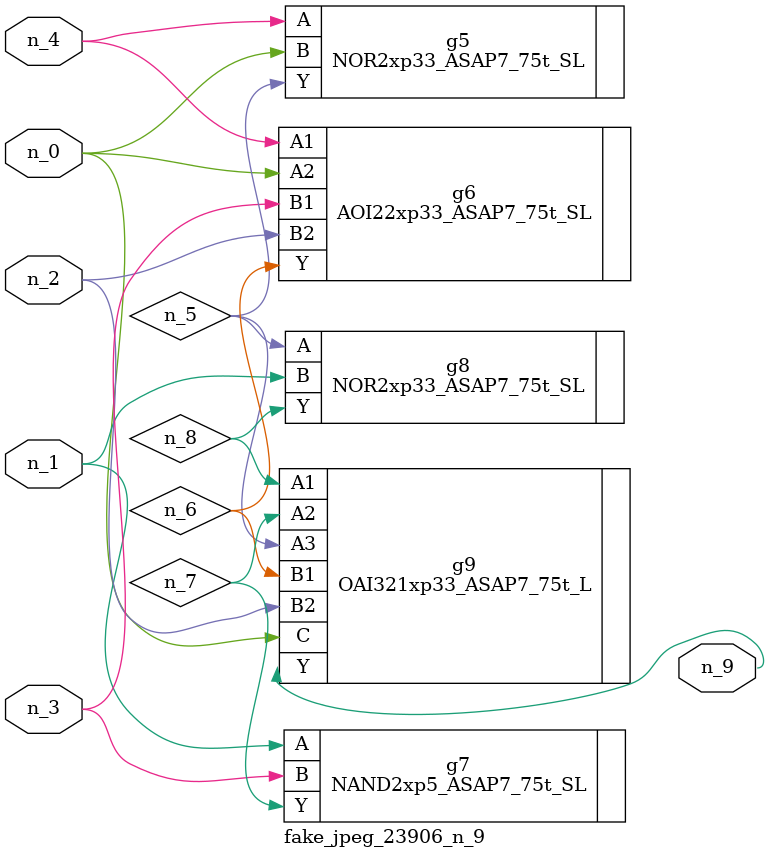
<source format=v>
module fake_jpeg_23906_n_9 (n_3, n_2, n_1, n_0, n_4, n_9);

input n_3;
input n_2;
input n_1;
input n_0;
input n_4;

output n_9;

wire n_8;
wire n_6;
wire n_5;
wire n_7;

NOR2xp33_ASAP7_75t_SL g5 ( 
.A(n_4),
.B(n_0),
.Y(n_5)
);

AOI22xp33_ASAP7_75t_SL g6 ( 
.A1(n_4),
.A2(n_0),
.B1(n_3),
.B2(n_2),
.Y(n_6)
);

NAND2xp5_ASAP7_75t_SL g7 ( 
.A(n_1),
.B(n_3),
.Y(n_7)
);

NOR2xp33_ASAP7_75t_SL g8 ( 
.A(n_5),
.B(n_1),
.Y(n_8)
);

OAI321xp33_ASAP7_75t_L g9 ( 
.A1(n_8),
.A2(n_7),
.A3(n_5),
.B1(n_6),
.B2(n_2),
.C(n_0),
.Y(n_9)
);


endmodule
</source>
